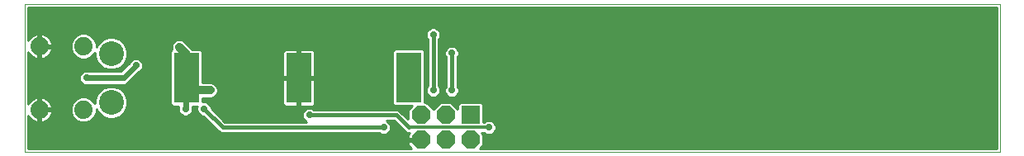
<source format=gbl>
G75*
G70*
%OFA0B0*%
%FSLAX24Y24*%
%IPPOS*%
%LPD*%
%AMOC8*
5,1,8,0,0,1.08239X$1,22.5*
%
%ADD10C,0.0000*%
%ADD11R,0.0740X0.0740*%
%ADD12OC8,0.0740*%
%ADD13C,0.0740*%
%ADD14R,0.1000X0.2000*%
%ADD15C,0.1000*%
%ADD16C,0.0277*%
%ADD17C,0.0240*%
%ADD18C,0.0320*%
%ADD19C,0.0120*%
%ADD20C,0.0160*%
%ADD21C,0.0100*%
D10*
X000151Y001048D02*
X000151Y007044D01*
X039533Y007044D01*
X039533Y001048D01*
X000151Y001048D01*
D11*
X018151Y002548D03*
D12*
X017151Y002548D03*
X016151Y002548D03*
X016151Y001548D03*
X017151Y001548D03*
X018151Y001548D03*
D13*
X002541Y002768D03*
X000761Y002768D03*
X000761Y005328D03*
X002541Y005328D03*
D14*
X006698Y004056D03*
X011230Y004048D03*
X015659Y004076D03*
D15*
X003651Y005032D03*
X003651Y003064D03*
D16*
X006651Y002798D03*
X007401Y002798D03*
X010401Y003048D03*
X011651Y002548D03*
X014651Y002048D03*
X018901Y002048D03*
X020651Y001548D03*
X018651Y003548D03*
X017401Y003548D03*
X016651Y003548D03*
X017401Y005048D03*
X018651Y005548D03*
X016651Y005798D03*
X014151Y006048D03*
X011651Y005548D03*
X010651Y005548D03*
X006401Y005298D03*
X004651Y004548D03*
X002651Y004048D03*
X007651Y003548D03*
X020651Y006298D03*
X024651Y006298D03*
X029901Y006298D03*
X033651Y006298D03*
X038401Y006298D03*
X038401Y001798D03*
X030401Y001548D03*
D17*
X006651Y002798D02*
X006651Y004009D01*
X006698Y004056D01*
X006698Y005001D01*
X004651Y004548D02*
X004151Y004048D01*
X002651Y004048D01*
D18*
X006401Y005298D02*
X006698Y005001D01*
X007206Y003548D02*
X007651Y003548D01*
D19*
X015651Y002048D02*
X018901Y002048D01*
D20*
X015651Y002048D02*
X015151Y002548D01*
X011651Y002548D01*
X014651Y002048D02*
X008151Y002048D01*
X007401Y002798D01*
X007206Y003548D02*
X006698Y004056D01*
X016651Y003548D02*
X016651Y005798D01*
X017401Y005048D02*
X017401Y003548D01*
D21*
X017144Y003413D02*
X016908Y003413D01*
X016896Y003385D02*
X016940Y003491D01*
X016940Y003606D01*
X016896Y003712D01*
X016881Y003727D01*
X016881Y005620D01*
X016896Y005635D01*
X016940Y005741D01*
X016940Y005856D01*
X016896Y005962D01*
X016815Y006043D01*
X016709Y006087D01*
X016594Y006087D01*
X016488Y006043D01*
X016406Y005962D01*
X016362Y005856D01*
X016362Y005741D01*
X016406Y005635D01*
X016421Y005620D01*
X016421Y003727D01*
X016406Y003712D01*
X016362Y003606D01*
X016362Y003491D01*
X016406Y003385D01*
X016488Y003303D01*
X016594Y003259D01*
X016709Y003259D01*
X016815Y003303D01*
X016896Y003385D01*
X016826Y003315D02*
X017226Y003315D01*
X017238Y003303D02*
X017156Y003385D01*
X017112Y003491D01*
X017112Y003606D01*
X017156Y003712D01*
X017171Y003727D01*
X017171Y004870D01*
X017156Y004885D01*
X017112Y004991D01*
X017112Y005106D01*
X017156Y005212D01*
X017238Y005293D01*
X017344Y005337D01*
X017459Y005337D01*
X017565Y005293D01*
X017646Y005212D01*
X017690Y005106D01*
X017690Y004991D01*
X017646Y004885D01*
X017631Y004870D01*
X017631Y003727D01*
X017646Y003712D01*
X017690Y003606D01*
X017690Y003491D01*
X017646Y003385D01*
X017565Y003303D01*
X017459Y003259D01*
X017344Y003259D01*
X017238Y003303D01*
X017576Y003315D02*
X039383Y003315D01*
X039383Y003413D02*
X017658Y003413D01*
X017690Y003512D02*
X039383Y003512D01*
X039383Y003610D02*
X017688Y003610D01*
X017647Y003709D02*
X039383Y003709D01*
X039383Y003807D02*
X017631Y003807D01*
X017171Y003807D02*
X016881Y003807D01*
X016897Y003709D02*
X017155Y003709D01*
X017114Y003610D02*
X016938Y003610D01*
X016940Y003512D02*
X017112Y003512D01*
X016476Y003315D02*
X016309Y003315D01*
X016309Y003413D02*
X016394Y003413D01*
X016362Y003512D02*
X016309Y003512D01*
X016309Y003610D02*
X016364Y003610D01*
X016405Y003709D02*
X016309Y003709D01*
X016309Y003807D02*
X016421Y003807D01*
X016421Y003906D02*
X016309Y003906D01*
X016309Y004004D02*
X016421Y004004D01*
X016421Y004103D02*
X016309Y004103D01*
X016309Y004202D02*
X016421Y004202D01*
X016421Y004300D02*
X016309Y004300D01*
X016881Y004300D02*
X017171Y004300D01*
X017171Y004202D02*
X016881Y004202D01*
X016881Y004103D02*
X017171Y004103D01*
X017171Y004004D02*
X016881Y004004D01*
X016881Y003906D02*
X017171Y003906D01*
X017631Y003906D02*
X039383Y003906D01*
X039383Y004004D02*
X017631Y004004D01*
X017631Y004103D02*
X039383Y004103D01*
X039383Y004202D02*
X017631Y004202D01*
X017631Y004300D02*
X039383Y004300D01*
X039383Y004399D02*
X017631Y004399D01*
X017631Y004497D02*
X039383Y004497D01*
X039383Y004596D02*
X017631Y004596D01*
X017631Y004694D02*
X039383Y004694D01*
X039383Y004793D02*
X017631Y004793D01*
X017171Y004793D02*
X016881Y004793D01*
X016881Y004694D02*
X017171Y004694D01*
X017171Y004596D02*
X016881Y004596D01*
X016881Y004497D02*
X017171Y004497D01*
X017171Y004399D02*
X016881Y004399D01*
X016421Y004399D02*
X016309Y004399D01*
X016309Y004497D02*
X016421Y004497D01*
X016421Y004596D02*
X016309Y004596D01*
X016309Y004694D02*
X016421Y004694D01*
X016421Y004793D02*
X016309Y004793D01*
X016309Y004891D02*
X016421Y004891D01*
X016421Y004990D02*
X016309Y004990D01*
X016309Y005088D02*
X016421Y005088D01*
X016421Y005187D02*
X016260Y005187D01*
X016221Y005226D02*
X016309Y005138D01*
X016309Y003068D01*
X016367Y003068D01*
X016651Y002784D01*
X016936Y003068D01*
X017367Y003068D01*
X017631Y002803D01*
X017631Y002980D01*
X017719Y003068D01*
X018583Y003068D01*
X018671Y002980D01*
X018671Y002258D01*
X018703Y002258D01*
X018738Y002293D01*
X018844Y002337D01*
X018959Y002337D01*
X019065Y002293D01*
X019146Y002212D01*
X019190Y002106D01*
X019190Y001991D01*
X019146Y001885D01*
X019065Y001803D01*
X018959Y001759D01*
X018844Y001759D01*
X018738Y001803D01*
X018703Y001838D01*
X018596Y001838D01*
X018671Y001764D01*
X018671Y001333D01*
X018536Y001198D01*
X039383Y001198D01*
X039383Y006894D01*
X000301Y006894D01*
X000301Y005571D01*
X000316Y005601D01*
X000365Y005667D01*
X000422Y005725D01*
X000489Y005773D01*
X000562Y005810D01*
X000639Y005835D01*
X000711Y005847D01*
X000711Y005378D01*
X000811Y005378D01*
X000811Y005847D01*
X000883Y005835D01*
X000961Y005810D01*
X001034Y005773D01*
X001100Y005725D01*
X001158Y005667D01*
X001206Y005601D01*
X001243Y005528D01*
X001268Y005450D01*
X001280Y005378D01*
X000811Y005378D01*
X000811Y005278D01*
X000811Y004810D01*
X000883Y004821D01*
X000961Y004846D01*
X001034Y004883D01*
X001100Y004932D01*
X001158Y004989D01*
X001206Y005056D01*
X001243Y005129D01*
X001268Y005206D01*
X001280Y005278D01*
X000811Y005278D01*
X000711Y005278D01*
X000711Y004810D01*
X000639Y004821D01*
X000562Y004846D01*
X000489Y004883D01*
X000422Y004932D01*
X000365Y004989D01*
X000316Y005056D01*
X000301Y005086D01*
X000301Y003011D01*
X000316Y003041D01*
X000365Y003107D01*
X000422Y003165D01*
X000489Y003213D01*
X000562Y003250D01*
X000639Y003275D01*
X000711Y003287D01*
X000711Y002818D01*
X000811Y002818D01*
X000811Y003287D01*
X000883Y003275D01*
X000961Y003250D01*
X001034Y003213D01*
X001100Y003165D01*
X001158Y003107D01*
X001206Y003041D01*
X001243Y002968D01*
X001268Y002890D01*
X001280Y002818D01*
X000811Y002818D01*
X000811Y002718D01*
X000811Y002250D01*
X000883Y002261D01*
X000961Y002286D01*
X001034Y002323D01*
X001100Y002372D01*
X001158Y002429D01*
X001206Y002496D01*
X001243Y002569D01*
X001268Y002646D01*
X001280Y002718D01*
X000811Y002718D01*
X000711Y002718D01*
X000711Y002250D01*
X000639Y002261D01*
X000562Y002286D01*
X000489Y002323D01*
X000422Y002372D01*
X000365Y002429D01*
X000316Y002496D01*
X000301Y002526D01*
X000301Y001198D01*
X015766Y001198D01*
X015631Y001333D01*
X015631Y001498D01*
X016101Y001498D01*
X016101Y001598D01*
X015631Y001598D01*
X015631Y001764D01*
X015686Y001818D01*
X015556Y001818D01*
X015056Y002318D01*
X014754Y002318D01*
X014815Y002293D01*
X014896Y002212D01*
X014940Y002106D01*
X014940Y001991D01*
X014896Y001885D01*
X014815Y001803D01*
X014709Y001759D01*
X014594Y001759D01*
X014488Y001803D01*
X014473Y001818D01*
X008246Y001818D01*
X008056Y001818D01*
X007365Y002509D01*
X007344Y002509D01*
X007238Y002553D01*
X007156Y002635D01*
X007112Y002741D01*
X007112Y002856D01*
X007133Y002906D01*
X006921Y002906D01*
X006921Y002901D01*
X006940Y002856D01*
X006940Y002741D01*
X006896Y002635D01*
X006815Y002553D01*
X006709Y002509D01*
X006594Y002509D01*
X006488Y002553D01*
X006406Y002635D01*
X006362Y002741D01*
X006362Y002856D01*
X006381Y002901D01*
X006381Y002906D01*
X006136Y002906D01*
X006048Y002994D01*
X006048Y005118D01*
X006113Y005183D01*
X006091Y005236D01*
X006091Y005360D01*
X006138Y005474D01*
X006226Y005561D01*
X006339Y005608D01*
X006463Y005608D01*
X006577Y005561D01*
X006932Y005206D01*
X007261Y005206D01*
X007348Y005118D01*
X007348Y003858D01*
X007713Y003858D01*
X007827Y003811D01*
X007914Y003724D01*
X007961Y003610D01*
X007961Y003486D01*
X007914Y003373D01*
X007827Y003285D01*
X007713Y003238D01*
X007348Y003238D01*
X007348Y003087D01*
X007459Y003087D01*
X007565Y003043D01*
X007646Y002962D01*
X007690Y002856D01*
X007690Y002835D01*
X008246Y002278D01*
X011549Y002278D01*
X011488Y002303D01*
X011406Y002385D01*
X011362Y002491D01*
X011362Y002606D01*
X011406Y002712D01*
X011488Y002793D01*
X011594Y002837D01*
X011709Y002837D01*
X011815Y002793D01*
X011830Y002778D01*
X015246Y002778D01*
X015381Y002643D01*
X015631Y002393D01*
X015631Y002764D01*
X015793Y002926D01*
X015097Y002926D01*
X015009Y003014D01*
X015009Y005138D01*
X015097Y005226D01*
X016221Y005226D01*
X016421Y005286D02*
X006852Y005286D01*
X006754Y005384D02*
X016421Y005384D01*
X016881Y005384D02*
X039383Y005384D01*
X039383Y005286D02*
X017572Y005286D01*
X017656Y005187D02*
X039383Y005187D01*
X039383Y005088D02*
X017690Y005088D01*
X017690Y004990D02*
X039383Y004990D01*
X039383Y004891D02*
X017649Y004891D01*
X017154Y004891D02*
X016881Y004891D01*
X016881Y004990D02*
X017113Y004990D01*
X017112Y005088D02*
X016881Y005088D01*
X016881Y005187D02*
X017146Y005187D01*
X017230Y005286D02*
X016881Y005286D01*
X016881Y005483D02*
X039383Y005483D01*
X039383Y005581D02*
X016881Y005581D01*
X016915Y005680D02*
X039383Y005680D01*
X039383Y005778D02*
X016940Y005778D01*
X016931Y005877D02*
X039383Y005877D01*
X039383Y005975D02*
X016882Y005975D01*
X016740Y006074D02*
X039383Y006074D01*
X039383Y006172D02*
X000301Y006172D01*
X000301Y006074D02*
X016562Y006074D01*
X016420Y005975D02*
X000301Y005975D01*
X000301Y005877D02*
X016371Y005877D01*
X016362Y005778D02*
X002813Y005778D01*
X002836Y005769D02*
X002645Y005848D01*
X002438Y005848D01*
X002247Y005769D01*
X002100Y005623D01*
X002021Y005432D01*
X002021Y005225D01*
X002100Y005034D01*
X002247Y004887D01*
X002438Y004808D01*
X002645Y004808D01*
X002836Y004887D01*
X002982Y005034D01*
X003001Y005080D01*
X003001Y004903D01*
X003100Y004664D01*
X003283Y004481D01*
X003522Y004382D01*
X003780Y004382D01*
X004019Y004481D01*
X004202Y004664D01*
X004301Y004903D01*
X004301Y005162D01*
X004202Y005401D01*
X004019Y005583D01*
X003780Y005682D01*
X003522Y005682D01*
X003283Y005583D01*
X003100Y005401D01*
X003061Y005306D01*
X003061Y005432D01*
X002982Y005623D01*
X002836Y005769D01*
X002925Y005680D02*
X003515Y005680D01*
X003281Y005581D02*
X002999Y005581D01*
X003040Y005483D02*
X003182Y005483D01*
X003093Y005384D02*
X003061Y005384D01*
X002042Y005483D02*
X001258Y005483D01*
X001216Y005581D02*
X002083Y005581D01*
X002157Y005680D02*
X001145Y005680D01*
X001023Y005778D02*
X002269Y005778D01*
X000811Y005778D02*
X000711Y005778D01*
X000711Y005680D02*
X000811Y005680D01*
X000811Y005581D02*
X000711Y005581D01*
X000711Y005483D02*
X000811Y005483D01*
X000811Y005384D02*
X000711Y005384D01*
X000811Y005286D02*
X002021Y005286D01*
X002021Y005384D02*
X001279Y005384D01*
X001262Y005187D02*
X002037Y005187D01*
X002078Y005088D02*
X001223Y005088D01*
X001158Y004990D02*
X002144Y004990D01*
X002243Y004891D02*
X001045Y004891D01*
X000811Y004891D02*
X000711Y004891D01*
X000711Y004990D02*
X000811Y004990D01*
X000811Y005088D02*
X000711Y005088D01*
X000711Y005187D02*
X000811Y005187D01*
X000364Y004990D02*
X000301Y004990D01*
X000301Y004891D02*
X000478Y004891D01*
X000301Y004793D02*
X003047Y004793D01*
X003088Y004694D02*
X000301Y004694D01*
X000301Y004596D02*
X003169Y004596D01*
X003267Y004497D02*
X000301Y004497D01*
X000301Y004399D02*
X003483Y004399D01*
X003820Y004399D02*
X004120Y004399D01*
X004039Y004318D02*
X002754Y004318D01*
X002709Y004337D01*
X002594Y004337D01*
X002488Y004293D01*
X002406Y004212D01*
X002362Y004106D01*
X002362Y003991D01*
X002406Y003885D01*
X002488Y003803D01*
X002594Y003759D01*
X002709Y003759D01*
X002754Y003778D01*
X004097Y003778D01*
X004205Y003778D01*
X004304Y003819D01*
X004769Y004285D01*
X004815Y004303D01*
X004896Y004385D01*
X004940Y004491D01*
X004940Y004606D01*
X004896Y004712D01*
X004815Y004793D01*
X006048Y004793D01*
X006048Y004694D02*
X004903Y004694D01*
X004940Y004596D02*
X006048Y004596D01*
X006048Y004497D02*
X004940Y004497D01*
X004902Y004399D02*
X006048Y004399D01*
X006048Y004300D02*
X004807Y004300D01*
X004686Y004202D02*
X006048Y004202D01*
X006048Y004103D02*
X004588Y004103D01*
X004489Y004004D02*
X006048Y004004D01*
X006048Y003906D02*
X004391Y003906D01*
X004275Y003807D02*
X006048Y003807D01*
X006048Y003709D02*
X003793Y003709D01*
X003780Y003714D02*
X003522Y003714D01*
X003283Y003615D01*
X003100Y003432D01*
X003001Y003193D01*
X003001Y003016D01*
X002982Y003063D01*
X002836Y003209D01*
X002645Y003288D01*
X002438Y003288D01*
X002247Y003209D01*
X002100Y003063D01*
X002021Y002872D01*
X002021Y002665D01*
X002100Y002474D01*
X002247Y002327D01*
X002438Y002248D01*
X002645Y002248D01*
X002836Y002327D01*
X002982Y002474D01*
X003061Y002665D01*
X003061Y002790D01*
X003100Y002696D01*
X003283Y002513D01*
X003522Y002414D01*
X003780Y002414D01*
X004019Y002513D01*
X004202Y002696D01*
X004301Y002935D01*
X004301Y003193D01*
X004202Y003432D01*
X004019Y003615D01*
X003780Y003714D01*
X004024Y003610D02*
X006048Y003610D01*
X006048Y003512D02*
X004123Y003512D01*
X004210Y003413D02*
X006048Y003413D01*
X006048Y003315D02*
X004251Y003315D01*
X004292Y003216D02*
X006048Y003216D01*
X006048Y003118D02*
X004301Y003118D01*
X004301Y003019D02*
X006048Y003019D01*
X006122Y002921D02*
X004295Y002921D01*
X004254Y002822D02*
X006362Y002822D01*
X006940Y002822D02*
X007112Y002822D01*
X007120Y002723D02*
X006933Y002723D01*
X006886Y002625D02*
X007166Y002625D01*
X007303Y002526D02*
X006749Y002526D01*
X006553Y002526D02*
X004033Y002526D01*
X004131Y002625D02*
X006416Y002625D01*
X006370Y002723D02*
X004214Y002723D01*
X003269Y002526D02*
X003004Y002526D01*
X003045Y002625D02*
X003171Y002625D01*
X003089Y002723D02*
X003061Y002723D01*
X002079Y002526D02*
X001222Y002526D01*
X001261Y002625D02*
X002038Y002625D01*
X002021Y002723D02*
X000811Y002723D01*
X000811Y002625D02*
X000711Y002625D01*
X000711Y002526D02*
X000811Y002526D01*
X000811Y002428D02*
X000711Y002428D01*
X000711Y002329D02*
X000811Y002329D01*
X001042Y002329D02*
X002245Y002329D01*
X002146Y002428D02*
X001156Y002428D01*
X000481Y002329D02*
X000301Y002329D01*
X000301Y002428D02*
X000366Y002428D01*
X000301Y002231D02*
X007643Y002231D01*
X007742Y002132D02*
X000301Y002132D01*
X000301Y002034D02*
X007840Y002034D01*
X007939Y001935D02*
X000301Y001935D01*
X000301Y001837D02*
X008038Y001837D01*
X008195Y002329D02*
X011462Y002329D01*
X011388Y002428D02*
X008097Y002428D01*
X007998Y002526D02*
X011362Y002526D01*
X011370Y002625D02*
X007900Y002625D01*
X007801Y002723D02*
X011418Y002723D01*
X011558Y002822D02*
X007703Y002822D01*
X007663Y002921D02*
X010651Y002921D01*
X010638Y002928D02*
X010672Y002908D01*
X010710Y002898D01*
X011180Y002898D01*
X011180Y003998D01*
X011280Y003998D01*
X011280Y002898D01*
X011750Y002898D01*
X011788Y002908D01*
X011822Y002928D01*
X011850Y002956D01*
X011870Y002990D01*
X011880Y003028D01*
X011880Y003998D01*
X011280Y003998D01*
X011280Y004098D01*
X011880Y004098D01*
X011880Y005068D01*
X011870Y005106D01*
X011850Y005140D01*
X011822Y005168D01*
X011788Y005188D01*
X011750Y005198D01*
X011280Y005198D01*
X011280Y004098D01*
X011180Y004098D01*
X011180Y003998D01*
X010580Y003998D01*
X010580Y003028D01*
X010590Y002990D01*
X010610Y002956D01*
X010638Y002928D01*
X010582Y003019D02*
X007589Y003019D01*
X007348Y003118D02*
X010580Y003118D01*
X010580Y003216D02*
X007348Y003216D01*
X007856Y003315D02*
X010580Y003315D01*
X010580Y003413D02*
X007931Y003413D01*
X007961Y003512D02*
X010580Y003512D01*
X010580Y003610D02*
X007961Y003610D01*
X007920Y003709D02*
X010580Y003709D01*
X010580Y003807D02*
X007830Y003807D01*
X007348Y003906D02*
X010580Y003906D01*
X010580Y004098D02*
X011180Y004098D01*
X011180Y005198D01*
X010710Y005198D01*
X010672Y005188D01*
X010638Y005168D01*
X010610Y005140D01*
X010590Y005106D01*
X010580Y005068D01*
X010580Y004098D01*
X010580Y004103D02*
X007348Y004103D01*
X007348Y004004D02*
X011180Y004004D01*
X011180Y003906D02*
X011280Y003906D01*
X011280Y004004D02*
X015009Y004004D01*
X015009Y003906D02*
X011880Y003906D01*
X011880Y003807D02*
X015009Y003807D01*
X015009Y003709D02*
X011880Y003709D01*
X011880Y003610D02*
X015009Y003610D01*
X015009Y003512D02*
X011880Y003512D01*
X011880Y003413D02*
X015009Y003413D01*
X015009Y003315D02*
X011880Y003315D01*
X011280Y003315D02*
X011180Y003315D01*
X011180Y003413D02*
X011280Y003413D01*
X011280Y003512D02*
X011180Y003512D01*
X011180Y003610D02*
X011280Y003610D01*
X011280Y003709D02*
X011180Y003709D01*
X011180Y003807D02*
X011280Y003807D01*
X011280Y004103D02*
X011180Y004103D01*
X011180Y004202D02*
X011280Y004202D01*
X011280Y004300D02*
X011180Y004300D01*
X011880Y004300D02*
X015009Y004300D01*
X015009Y004202D02*
X011880Y004202D01*
X011880Y004103D02*
X015009Y004103D01*
X015009Y004399D02*
X011880Y004399D01*
X011880Y004497D02*
X015009Y004497D01*
X015009Y004596D02*
X011880Y004596D01*
X011880Y004694D02*
X015009Y004694D01*
X015009Y004793D02*
X011880Y004793D01*
X011280Y004793D02*
X011180Y004793D01*
X011180Y004694D02*
X011280Y004694D01*
X011280Y004596D02*
X011180Y004596D01*
X011180Y004497D02*
X011280Y004497D01*
X011280Y004399D02*
X011180Y004399D01*
X010580Y004399D02*
X007348Y004399D01*
X007348Y004497D02*
X010580Y004497D01*
X010580Y004596D02*
X007348Y004596D01*
X007348Y004694D02*
X010580Y004694D01*
X010580Y004793D02*
X007348Y004793D01*
X007348Y004891D02*
X010580Y004891D01*
X010580Y004990D02*
X007348Y004990D01*
X007348Y005088D02*
X010585Y005088D01*
X010670Y005187D02*
X007280Y005187D01*
X006112Y005187D02*
X004291Y005187D01*
X004301Y005088D02*
X006048Y005088D01*
X006048Y004990D02*
X004301Y004990D01*
X004296Y004891D02*
X006048Y004891D01*
X004815Y004793D02*
X004709Y004837D01*
X004594Y004837D01*
X004488Y004793D01*
X004406Y004712D01*
X004388Y004666D01*
X004039Y004318D01*
X004035Y004497D02*
X004218Y004497D01*
X004134Y004596D02*
X004317Y004596D01*
X004399Y004694D02*
X004215Y004694D01*
X004255Y004793D02*
X004487Y004793D01*
X003006Y004891D02*
X002840Y004891D01*
X002938Y004990D02*
X003001Y004990D01*
X004250Y005286D02*
X006091Y005286D01*
X006101Y005384D02*
X004209Y005384D01*
X004120Y005483D02*
X006147Y005483D01*
X006274Y005581D02*
X004022Y005581D01*
X003787Y005680D02*
X016388Y005680D01*
X016421Y005581D02*
X006528Y005581D01*
X006655Y005483D02*
X016421Y005483D01*
X015058Y005187D02*
X011789Y005187D01*
X011874Y005088D02*
X015009Y005088D01*
X015009Y004990D02*
X011880Y004990D01*
X011880Y004891D02*
X015009Y004891D01*
X011280Y004891D02*
X011180Y004891D01*
X011180Y004990D02*
X011280Y004990D01*
X011280Y005088D02*
X011180Y005088D01*
X011180Y005187D02*
X011280Y005187D01*
X010580Y004300D02*
X007348Y004300D01*
X007348Y004202D02*
X010580Y004202D01*
X011180Y003216D02*
X011280Y003216D01*
X011280Y003118D02*
X011180Y003118D01*
X011180Y003019D02*
X011280Y003019D01*
X011280Y002921D02*
X011180Y002921D01*
X011745Y002822D02*
X015690Y002822D01*
X015788Y002921D02*
X011809Y002921D01*
X011877Y003019D02*
X015009Y003019D01*
X015009Y003118D02*
X011880Y003118D01*
X011880Y003216D02*
X015009Y003216D01*
X016309Y003216D02*
X039383Y003216D01*
X039383Y003118D02*
X016309Y003118D01*
X016416Y003019D02*
X016887Y003019D01*
X016788Y002921D02*
X016514Y002921D01*
X016613Y002822D02*
X016690Y002822D01*
X017416Y003019D02*
X017670Y003019D01*
X017631Y002921D02*
X017514Y002921D01*
X017613Y002822D02*
X017631Y002822D01*
X018632Y003019D02*
X039383Y003019D01*
X039383Y002921D02*
X018671Y002921D01*
X018671Y002822D02*
X039383Y002822D01*
X039383Y002723D02*
X018671Y002723D01*
X018671Y002625D02*
X039383Y002625D01*
X039383Y002526D02*
X018671Y002526D01*
X018671Y002428D02*
X039383Y002428D01*
X039383Y002329D02*
X018977Y002329D01*
X018825Y002329D02*
X018671Y002329D01*
X019127Y002231D02*
X039383Y002231D01*
X039383Y002132D02*
X019179Y002132D01*
X019190Y002034D02*
X039383Y002034D01*
X039383Y001935D02*
X019167Y001935D01*
X019098Y001837D02*
X039383Y001837D01*
X039383Y001738D02*
X018671Y001738D01*
X018671Y001639D02*
X039383Y001639D01*
X039383Y001541D02*
X018671Y001541D01*
X018671Y001442D02*
X039383Y001442D01*
X039383Y001344D02*
X018671Y001344D01*
X018584Y001245D02*
X039383Y001245D01*
X018704Y001837D02*
X018598Y001837D01*
X016101Y001541D02*
X000301Y001541D01*
X000301Y001639D02*
X015631Y001639D01*
X015631Y001738D02*
X000301Y001738D01*
X000301Y001442D02*
X015631Y001442D01*
X015631Y001344D02*
X000301Y001344D01*
X000301Y001245D02*
X015719Y001245D01*
X015538Y001837D02*
X014848Y001837D01*
X014917Y001935D02*
X015439Y001935D01*
X015340Y002034D02*
X014940Y002034D01*
X014929Y002132D02*
X015242Y002132D01*
X015143Y002231D02*
X014877Y002231D01*
X015597Y002428D02*
X015631Y002428D01*
X015631Y002526D02*
X015498Y002526D01*
X015400Y002625D02*
X015631Y002625D01*
X015631Y002723D02*
X015301Y002723D01*
X007545Y002329D02*
X002838Y002329D01*
X002936Y002428D02*
X003488Y002428D01*
X003814Y002428D02*
X007446Y002428D01*
X003051Y003315D02*
X000301Y003315D01*
X000301Y003413D02*
X003092Y003413D01*
X003180Y003512D02*
X000301Y003512D01*
X000301Y003610D02*
X003278Y003610D01*
X003510Y003709D02*
X000301Y003709D01*
X000301Y003807D02*
X002484Y003807D01*
X002398Y003906D02*
X000301Y003906D01*
X000301Y004004D02*
X002362Y004004D01*
X002362Y004103D02*
X000301Y004103D01*
X000301Y004202D02*
X002402Y004202D01*
X002505Y004300D02*
X000301Y004300D01*
X000301Y003216D02*
X000495Y003216D01*
X000375Y003118D02*
X000301Y003118D01*
X000301Y003019D02*
X000305Y003019D01*
X000711Y003019D02*
X000811Y003019D01*
X000811Y002921D02*
X000711Y002921D01*
X000711Y002822D02*
X000811Y002822D01*
X001258Y002921D02*
X002041Y002921D01*
X002021Y002822D02*
X001279Y002822D01*
X001217Y003019D02*
X002082Y003019D01*
X002155Y003118D02*
X001147Y003118D01*
X001027Y003216D02*
X002264Y003216D01*
X002818Y003216D02*
X003011Y003216D01*
X003001Y003118D02*
X002927Y003118D01*
X003000Y003019D02*
X003001Y003019D01*
X000811Y003118D02*
X000711Y003118D01*
X000711Y003216D02*
X000811Y003216D01*
X000307Y005581D02*
X000301Y005581D01*
X000301Y005680D02*
X000377Y005680D01*
X000301Y005778D02*
X000499Y005778D01*
X000301Y006271D02*
X039383Y006271D01*
X039383Y006370D02*
X000301Y006370D01*
X000301Y006468D02*
X039383Y006468D01*
X039383Y006567D02*
X000301Y006567D01*
X000301Y006665D02*
X039383Y006665D01*
X039383Y006764D02*
X000301Y006764D01*
X000301Y006862D02*
X039383Y006862D01*
M02*

</source>
